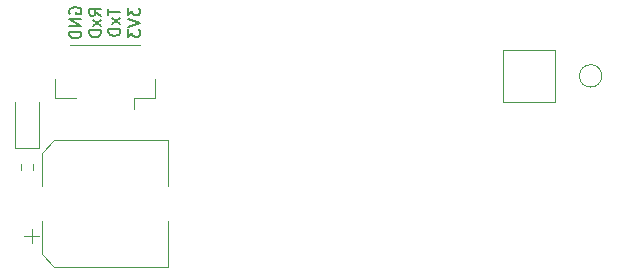
<source format=gbo>
%TF.GenerationSoftware,KiCad,Pcbnew,5.1.7-a382d34a8~88~ubuntu20.04.1*%
%TF.CreationDate,2021-06-08T03:13:41+02:00*%
%TF.ProjectId,uHoubolt_PCB_GNSS,75486f75-626f-46c7-945f-5043425f474e,rev?*%
%TF.SameCoordinates,PX8f0d180PY5f5e100*%
%TF.FileFunction,Legend,Bot*%
%TF.FilePolarity,Positive*%
%FSLAX46Y46*%
G04 Gerber Fmt 4.6, Leading zero omitted, Abs format (unit mm)*
G04 Created by KiCad (PCBNEW 5.1.7-a382d34a8~88~ubuntu20.04.1) date 2021-06-08 03:13:41*
%MOMM*%
%LPD*%
G01*
G04 APERTURE LIST*
%ADD10C,0.150000*%
%ADD11C,0.120000*%
G04 APERTURE END LIST*
D10*
X-2975000Y5261905D02*
X-3022620Y5357143D01*
X-3022620Y5500000D01*
X-2975000Y5642858D01*
X-2879762Y5738096D01*
X-2784524Y5785715D01*
X-2594048Y5833334D01*
X-2451191Y5833334D01*
X-2260715Y5785715D01*
X-2165477Y5738096D01*
X-2070239Y5642858D01*
X-2022620Y5500000D01*
X-2022620Y5404762D01*
X-2070239Y5261905D01*
X-2117858Y5214286D01*
X-2451191Y5214286D01*
X-2451191Y5404762D01*
X-2022620Y4785715D02*
X-3022620Y4785715D01*
X-2022620Y4214286D01*
X-3022620Y4214286D01*
X-2022620Y3738096D02*
X-3022620Y3738096D01*
X-3022620Y3500000D01*
X-2975000Y3357143D01*
X-2879762Y3261905D01*
X-2784524Y3214286D01*
X-2594048Y3166667D01*
X-2451191Y3166667D01*
X-2260715Y3214286D01*
X-2165477Y3261905D01*
X-2070239Y3357143D01*
X-2022620Y3500000D01*
X-2022620Y3738096D01*
X-372620Y5095239D02*
X-848810Y5428572D01*
X-372620Y5666667D02*
X-1372620Y5666667D01*
X-1372620Y5285715D01*
X-1325000Y5190477D01*
X-1277381Y5142858D01*
X-1182143Y5095239D01*
X-1039286Y5095239D01*
X-944048Y5142858D01*
X-896429Y5190477D01*
X-848810Y5285715D01*
X-848810Y5666667D01*
X-372620Y4761905D02*
X-1039286Y4238096D01*
X-1039286Y4761905D02*
X-372620Y4238096D01*
X-372620Y3857143D02*
X-1372620Y3857143D01*
X-1372620Y3619048D01*
X-1325000Y3476191D01*
X-1229762Y3380953D01*
X-1134524Y3333334D01*
X-944048Y3285715D01*
X-801191Y3285715D01*
X-610715Y3333334D01*
X-515477Y3380953D01*
X-420239Y3476191D01*
X-372620Y3619048D01*
X-372620Y3857143D01*
X277380Y5690477D02*
X277380Y5119048D01*
X1277380Y5404762D02*
X277380Y5404762D01*
X1277380Y4880953D02*
X610714Y4357143D01*
X610714Y4880953D02*
X1277380Y4357143D01*
X1277380Y3976191D02*
X277380Y3976191D01*
X277380Y3738096D01*
X325000Y3595239D01*
X420238Y3500000D01*
X515476Y3452381D01*
X705952Y3404762D01*
X848809Y3404762D01*
X1039285Y3452381D01*
X1134523Y3500000D01*
X1229761Y3595239D01*
X1277380Y3738096D01*
X1277380Y3976191D01*
X1927380Y5738096D02*
X1927380Y5119048D01*
X2308333Y5452381D01*
X2308333Y5309524D01*
X2355952Y5214286D01*
X2403571Y5166667D01*
X2498809Y5119048D01*
X2736904Y5119048D01*
X2832142Y5166667D01*
X2879761Y5214286D01*
X2927380Y5309524D01*
X2927380Y5595239D01*
X2879761Y5690477D01*
X2832142Y5738096D01*
X1927380Y4833334D02*
X2927380Y4500000D01*
X1927380Y4166667D01*
X1927380Y3928572D02*
X1927380Y3309524D01*
X2308333Y3642858D01*
X2308333Y3500000D01*
X2355952Y3404762D01*
X2403571Y3357143D01*
X2498809Y3309524D01*
X2736904Y3309524D01*
X2832142Y3357143D01*
X2879761Y3404762D01*
X2927380Y3500000D01*
X2927380Y3785715D01*
X2879761Y3880953D01*
X2832142Y3928572D01*
D11*
%TO.C,J2*%
X33700000Y2200000D02*
X33700000Y-2200000D01*
X38100000Y2200000D02*
X33700000Y2200000D01*
X38100000Y-2200000D02*
X38100000Y2200000D01*
X33700000Y-2200000D02*
X38100000Y-2200000D01*
%TO.C,J3*%
X42050000Y0D02*
G75*
G03*
X42050000Y0I-950000J0D01*
G01*
%TO.C,C4*%
X5360000Y-5440000D02*
X5360000Y-9290000D01*
X5360000Y-16160000D02*
X5360000Y-12310000D01*
X-4295563Y-16160000D02*
X5360000Y-16160000D01*
X-4295563Y-5440000D02*
X5360000Y-5440000D01*
X-5360000Y-6504437D02*
X-5360000Y-9290000D01*
X-5360000Y-15095563D02*
X-5360000Y-12310000D01*
X-5360000Y-15095563D02*
X-4295563Y-16160000D01*
X-5360000Y-6504437D02*
X-4295563Y-5440000D01*
X-6850000Y-13560000D02*
X-5600000Y-13560000D01*
X-6225000Y-14185000D02*
X-6225000Y-12935000D01*
%TO.C,R1*%
X-7122500Y-7462742D02*
X-7122500Y-7937258D01*
X-6077500Y-7462742D02*
X-6077500Y-7937258D01*
%TO.C,D1*%
X-5600000Y-6100000D02*
X-7600000Y-6100000D01*
X-7600000Y-6100000D02*
X-7600000Y-2250000D01*
X-5600000Y-6100000D02*
X-5600000Y-2250000D01*
%TO.C,J1*%
X4235000Y-260000D02*
X4235000Y-1860000D01*
X4235000Y-1860000D02*
X2435000Y-1860000D01*
X2435000Y-1860000D02*
X2435000Y-2800000D01*
X-4235000Y-260000D02*
X-4235000Y-1860000D01*
X-4235000Y-1860000D02*
X-2435000Y-1860000D01*
X2965000Y2610000D02*
X-2965000Y2610000D01*
%TD*%
M02*

</source>
